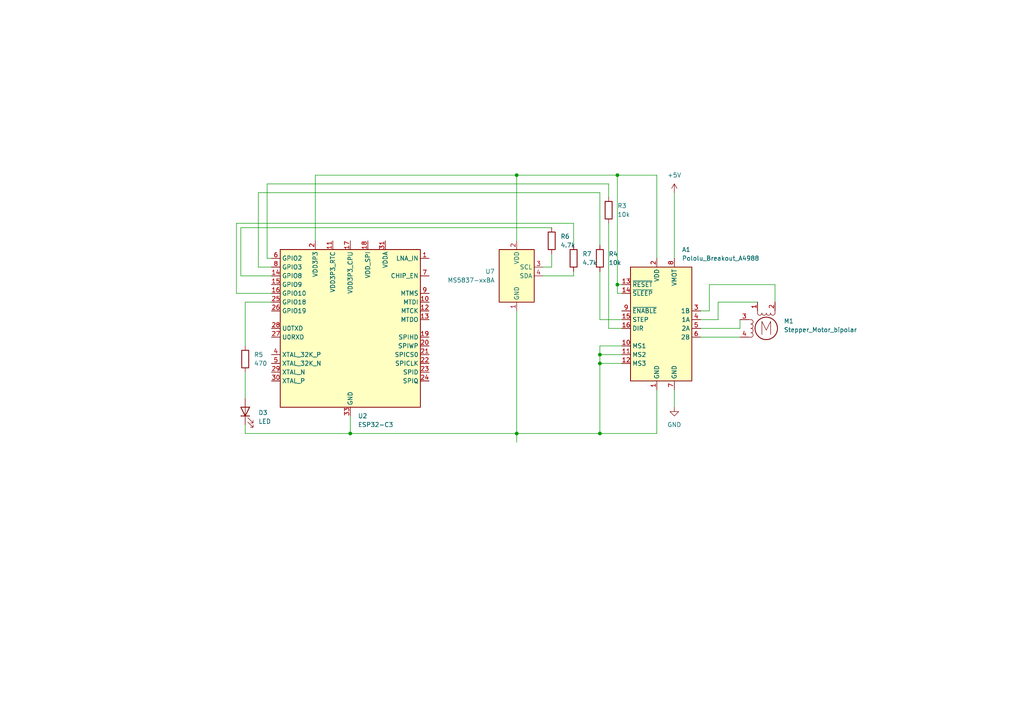
<source format=kicad_sch>
(kicad_sch (version 20231120) (generator "eeschema") (generator_version "8.0")
  (paper "A4")
  (lib_symbols
    (symbol "Device:LED" (pin_numbers hide) (pin_names (offset 1.016) hide)
      (property "Reference" "D" (at 0 2.54 0))
      (property "Value" "LED" (at 0 -2.54 0))
      (symbol "LED_0_1"
        (polyline (pts (xy -1.27 -1.27) (xy -1.27 1.27)) (stroke (width 0.254)))
        (polyline (pts (xy -1.27 0) (xy 1.27 0)))
        (polyline (pts (xy 1.27 -1.27) (xy 1.27 1.27) (xy -1.27 0) (xy 1.27 -1.27)) (stroke (width 0.254)))
        (polyline (pts (xy -3.048 -0.762) (xy -4.572 -2.286) (xy -3.81 -2.286) (xy -4.572 -2.286) (xy -4.572 -1.524)))
        (polyline (pts (xy -1.778 -0.762) (xy -3.302 -2.286) (xy -2.54 -2.286) (xy -3.302 -2.286) (xy -3.302 -1.524)))
      )
      (symbol "LED_1_1"
        (pin passive line (at -3.81 0 0) (length 2.54) (name "K") (number "1"))
        (pin passive line (at 3.81 0 180) (length 2.54) (name "A") (number "2"))
      )
    )
    (symbol "Device:R" (pin_numbers hide) (pin_names (offset 0))
      (property "Reference" "R" (at 2.032 0 90))
      (property "Value" "R" (at 0 0 90))
      (symbol "R_0_1"
        (rectangle (start -1.016 -2.54) (end 1.016 2.54) (stroke (width 0.254)))
      )
      (symbol "R_1_1"
        (pin passive line (at 0 3.81 270) (length 1.27) (name "~") (number "1"))
        (pin passive line (at 0 -3.81 90) (length 1.27) (name "~") (number "2"))
      )
    )
    (symbol "Driver_Motor:Pololu_Breakout_A4988"
      (property "Reference" "A" (at -2.54 19.05 0))
      (property "Value" "Pololu_Breakout_A4988" (at -2.54 16.51 0))
      (symbol "Pololu_Breakout_A4988_0_1"
        (rectangle (start 10.16 -17.78) (end -7.62 15.24) (stroke (width 0.254)) (fill (type background)))
      )
      (symbol "Pololu_Breakout_A4988_1_1"
        (pin power_in line (at 0 -20.32 90) (length 2.54) (name "GND") (number "1"))
        (pin input line (at -10.16 -7.62 0) (length 2.54) (name "MS1") (number "10"))
        (pin input line (at -10.16 -10.16 0) (length 2.54) (name "MS2") (number "11"))
        (pin input line (at -10.16 -12.7 0) (length 2.54) (name "MS3") (number "12"))
        (pin input line (at -10.16 10.16 0) (length 2.54) (name "~{RESET}") (number "13"))
        (pin input line (at -10.16 7.62 0) (length 2.54) (name "~{SLEEP}") (number "14"))
        (pin input line (at -10.16 0 0) (length 2.54) (name "STEP") (number "15"))
        (pin input line (at -10.16 -2.54 0) (length 2.54) (name "DIR") (number "16"))
        (pin power_in line (at 0 17.78 270) (length 2.54) (name "VDD") (number "2"))
        (pin output line (at 12.7 2.54 180) (length 2.54) (name "1B") (number "3"))
        (pin output line (at 12.7 0 180) (length 2.54) (name "1A") (number "4"))
        (pin output line (at 12.7 -2.54 180) (length 2.54) (name "2A") (number "5"))
        (pin output line (at 12.7 -5.08 180) (length 2.54) (name "2B") (number "6"))
        (pin power_in line (at 5.08 -20.32 90) (length 2.54) (name "GND") (number "7"))
        (pin power_in line (at 5.08 17.78 270) (length 2.54) (name "VMOT") (number "8"))
        (pin input line (at -10.16 2.54 0) (length 2.54) (name "~{ENABLE}") (number "9"))
      )
    )
    (symbol "MCU_Espressif:ESP32-C3"
      (property "Reference" "U" (at -17.272 23.876 0))
      (property "Value" "ESP32-C3" (at 16.256 23.876 0))
      (symbol "ESP32-C3_1_1"
        (rectangle (start -20.32 22.86) (end 20.32 -22.86) (stroke (width 0.254)) (fill (type background)))
        (pin bidirectional line (at 22.86 20.32 180) (length 2.54) (name "LNA_IN") (number "1"))
        (pin bidirectional line (at 22.86 7.62 180) (length 2.54) (name "MTDI") (number "10"))
        (pin power_in line (at -5.08 25.4 270) (length 2.54) (name "VDD3P3_RTC") (number "11"))
        (pin bidirectional line (at 22.86 5.08 180) (length 2.54) (name "MTCK") (number "12"))
        (pin bidirectional line (at 22.86 2.54 180) (length 2.54) (name "MTDO") (number "13"))
        (pin bidirectional line (at -22.86 15.24 0) (length 2.54) (name "GPIO8") (number "14"))
        (pin bidirectional line (at -22.86 12.7 0) (length 2.54) (name "GPIO9") (number "15"))
        (pin bidirectional line (at -22.86 10.16 0) (length 2.54) (name "GPIO10") (number "16"))
        (pin power_in line (at 0 25.4 270) (length 2.54) (name "VDD3P3_CPU") (number "17"))
        (pin power_out line (at 5.08 25.4 270) (length 2.54) (name "VDD_SPI") (number "18"))
        (pin bidirectional line (at 22.86 -2.54 180) (length 2.54) (name "SPIHD") (number "19"))
        (pin power_in line (at -10.16 25.4 270) (length 2.54) (name "VDD3P3") (number "2"))
        (pin bidirectional line (at 22.86 -5.08 180) (length 2.54) (name "SPIWP") (number "20"))
        (pin bidirectional line (at 22.86 -7.62 180) (length 2.54) (name "SPICS0") (number "21"))
        (pin bidirectional line (at 22.86 -10.16 180) (length 2.54) (name "SPICLK") (number "22"))
        (pin bidirectional line (at 22.86 -12.7 180) (length 2.54) (name "SPID") (number "23"))
        (pin bidirectional line (at 22.86 -15.24 180) (length 2.54) (name "SPIQ") (number "24"))
        (pin bidirectional line (at -22.86 7.62 0) (length 2.54) (name "GPIO18") (number "25"))
        (pin bidirectional line (at -22.86 5.08 0) (length 2.54) (name "GPIO19") (number "26"))
        (pin bidirectional line (at -22.86 -2.54 0) (length 2.54) (name "U0RXD") (number "27"))
        (pin bidirectional line (at -22.86 0 0) (length 2.54) (name "U0TXD") (number "28"))
        (pin bidirectional line (at -22.86 -12.7 0) (length 2.54) (name "XTAL_N") (number "29"))
        (pin passive line (at -10.16 25.4 270) (length 2.54) hide (name "VDD3P3") (number "3"))
        (pin bidirectional line (at -22.86 -15.24 0) (length 2.54) (name "XTAL_P") (number "30"))
        (pin power_in line (at 10.16 25.4 270) (length 2.54) (name "VDDA") (number "31"))
        (pin passive line (at 10.16 25.4 270) (length 2.54) hide (name "VDDA") (number "32"))
        (pin power_in line (at 0 -25.4 90) (length 2.54) (name "GND") (number "33"))
        (pin bidirectional line (at -22.86 -7.62 0) (length 2.54) (name "XTAL_32K_P") (number "4"))
        (pin bidirectional line (at -22.86 -10.16 0) (length 2.54) (name "XTAL_32K_N") (number "5"))
        (pin bidirectional line (at -22.86 20.32 0) (length 2.54) (name "GPIO2") (number "6"))
        (pin bidirectional line (at 22.86 15.24 180) (length 2.54) (name "CHIP_EN") (number "7"))
        (pin bidirectional line (at -22.86 17.78 0) (length 2.54) (name "GPIO3") (number "8"))
        (pin bidirectional line (at 22.86 10.16 180) (length 2.54) (name "MTMS") (number "9"))
      )
    )
    (symbol "Motor:Stepper_Motor_bipolar" (pin_names (offset 0) hide)
      (property "Reference" "M" (at 3.81 2.54 0))
      (property "Value" "Stepper_Motor_bipolar" (at 3.81 1.27 0))
      (symbol "Stepper_Motor_bipolar_0_0"
        (polyline (pts (xy -1.27 -1.778) (xy -1.27 2.032) (xy 0 -0.508) (xy 1.27 2.032) (xy 1.27 -1.778)))
      )
      (symbol "Stepper_Motor_bipolar_0_1"
        (arc (start -4.445 -2.54) (mid -3.8127 -1.905) (end -4.445 -1.27))
        (arc (start -4.445 -1.27) (mid -3.8127 -0.635) (end -4.445 0))
        (arc (start -4.445 0) (mid -3.8127 0.635) (end -4.445 1.27))
        (arc (start -4.445 1.27) (mid -3.8127 1.905) (end -4.445 2.54))
        (arc (start -2.54 4.445) (mid -1.905 3.8127) (end -1.27 4.445))
        (arc (start -1.27 4.445) (mid -0.635 3.8127) (end 0 4.445))
        (polyline (pts (xy -5.08 -2.54) (xy -4.445 -2.54)))
        (polyline (pts (xy -5.08 2.54) (xy -4.445 2.54)))
        (polyline (pts (xy -2.54 5.08) (xy -2.54 4.445)))
        (polyline (pts (xy 2.54 5.08) (xy 2.54 4.445)))
        (circle (center 0 0) (radius 3.2512) (stroke (width 0.254)))
        (arc (start 0 4.445) (mid 0.635 3.8127) (end 1.27 4.445))
        (arc (start 1.27 4.445) (mid 1.905 3.8127) (end 2.54 4.445))
      )
      (symbol "Stepper_Motor_bipolar_1_1"
        (pin passive line (at -2.54 7.62 270) (length 2.54) (name "~") (number "1"))
        (pin passive line (at 2.54 7.62 270) (length 2.54) (name "-") (number "2"))
        (pin passive line (at -7.62 2.54 0) (length 2.54) (name "~") (number "3"))
        (pin passive line (at -7.62 -2.54 0) (length 2.54) (name "~") (number "4"))
      )
    )
    (symbol "Sensor_Pressure:MS5837-xxBA"
      (property "Reference" "U" (at 1.27 11.43 0))
      (property "Value" "MS5837-xxBA" (at 1.27 8.89 0))
      (symbol "MS5837-xxBA_0_1"
        (rectangle (start -5.08 7.62) (end 5.08 -7.62) (stroke (width 0.254)) (fill (type background)))
      )
      (symbol "MS5837-xxBA_1_1"
        (pin power_in line (at 0 -10.16 90) (length 2.54) (name "GND") (number "1"))
        (pin power_in line (at 0 10.16 270) (length 2.54) (name "VDD") (number "2"))
        (pin passive line (at 7.62 2.54 180) (length 2.54) (name "SCL") (number "3"))
        (pin bidirectional line (at 7.62 0 180) (length 2.54) (name "SDA") (number "4"))
      )
    )
    (symbol "power:+5V" (power) (pin_numbers hide) (pin_names (offset 0) hide)
      (property "Value" "+5V" (at 0 3.556 0))
      (symbol "+5V_0_1"
        (polyline (pts (xy -0.762 1.27) (xy 0 2.54)))
        (polyline (pts (xy 0 0) (xy 0 2.54)))
        (polyline (pts (xy 0 2.54) (xy 0.762 1.27)))
      )
      (symbol "+5V_1_1"
        (pin power_in line (at 0 0 90) (length 0) (name "~") (number "1"))
      )
    )
    (symbol "power:GND" (power) (pin_numbers hide) (pin_names (offset 0) hide)
      (property "Value" "GND" (at 0 -3.81 0))
      (symbol "GND_0_1"
        (polyline (pts (xy 0 0) (xy 0 -1.27) (xy 1.27 -1.27) (xy 0 -2.54) (xy -1.27 -1.27) (xy 0 -1.27)))
      )
      (symbol "GND_1_1"
        (pin power_in line (at 0 0 270) (length 0) (name "~") (number "1"))
      )
    )
  )
  (junction (at 173.99 125.73))
  (junction (at 179.07 50.8))
  (junction (at 173.99 105.41))
  (junction (at 179.07 82.55))
  (junction (at 101.6 125.73))
  (junction (at 173.99 102.87))
  (junction (at 149.86 50.8))
  (junction (at 149.86 125.73))
  (wire (pts (xy 173.99 100.33) (xy 173.99 102.87)))
  (wire (pts (xy 203.2 97.79) (xy 214.63 97.79)))
  (wire (pts (xy 195.58 74.93) (xy 195.58 55.88)))
  (wire (pts (xy 203.2 90.17) (xy 205.74 90.17)))
  (wire (pts (xy 149.86 50.8) (xy 149.86 69.85)))
  (wire (pts (xy 205.74 82.55) (xy 224.79 82.55)))
  (wire (pts (xy 74.93 77.47) (xy 78.74 77.47)))
  (wire (pts (xy 91.44 50.8) (xy 91.44 69.85)))
  (wire (pts (xy 176.53 53.34) (xy 176.53 57.15)))
  (wire (pts (xy 179.07 82.55) (xy 179.07 85.09)))
  (wire (pts (xy 205.74 90.17) (xy 205.74 82.55)))
  (wire (pts (xy 68.58 85.09) (xy 78.74 85.09)))
  (wire (pts (xy 173.99 102.87) (xy 173.99 105.41)))
  (wire (pts (xy 157.48 77.47) (xy 160.02 77.47)))
  (wire (pts (xy 166.37 78.74) (xy 166.37 80.01)))
  (wire (pts (xy 71.12 87.63) (xy 71.12 100.33)))
  (wire (pts (xy 173.99 105.41) (xy 180.34 105.41)))
  (wire (pts (xy 176.53 53.34) (xy 77.47 53.34)))
  (wire (pts (xy 180.34 92.71) (xy 173.99 92.71)))
  (wire (pts (xy 157.48 80.01) (xy 166.37 80.01)))
  (wire (pts (xy 173.99 125.73) (xy 190.5 125.73)))
  (wire (pts (xy 149.86 125.73) (xy 149.86 128.27)))
  (wire (pts (xy 149.86 90.17) (xy 149.86 125.73)))
  (wire (pts (xy 91.44 50.8) (xy 149.86 50.8)))
  (wire (pts (xy 208.28 87.63) (xy 219.71 87.63)))
  (wire (pts (xy 149.86 125.73) (xy 101.6 125.73)))
  (wire (pts (xy 101.6 120.65) (xy 101.6 125.73)))
  (wire (pts (xy 180.34 95.25) (xy 176.53 95.25)))
  (wire (pts (xy 173.99 105.41) (xy 173.99 125.73)))
  (wire (pts (xy 74.93 55.88) (xy 74.93 77.47)))
  (wire (pts (xy 173.99 78.74) (xy 173.99 92.71)))
  (wire (pts (xy 190.5 113.03) (xy 190.5 125.73)))
  (wire (pts (xy 77.47 53.34) (xy 77.47 74.93)))
  (wire (pts (xy 195.58 113.03) (xy 195.58 118.11)))
  (wire (pts (xy 173.99 102.87) (xy 180.34 102.87)))
  (wire (pts (xy 71.12 107.95) (xy 71.12 115.57)))
  (wire (pts (xy 160.02 66.04) (xy 69.85 66.04)))
  (wire (pts (xy 166.37 64.77) (xy 166.37 71.12)))
  (wire (pts (xy 69.85 80.01) (xy 78.74 80.01)))
  (wire (pts (xy 71.12 125.73) (xy 101.6 125.73)))
  (wire (pts (xy 179.07 82.55) (xy 180.34 82.55)))
  (wire (pts (xy 203.2 92.71) (xy 208.28 92.71)))
  (wire (pts (xy 224.79 82.55) (xy 224.79 87.63)))
  (wire (pts (xy 77.47 74.93) (xy 78.74 74.93)))
  (wire (pts (xy 173.99 125.73) (xy 149.86 125.73)))
  (wire (pts (xy 190.5 74.93) (xy 190.5 50.8)))
  (wire (pts (xy 173.99 100.33) (xy 180.34 100.33)))
  (wire (pts (xy 179.07 50.8) (xy 149.86 50.8)))
  (wire (pts (xy 69.85 66.04) (xy 69.85 80.01)))
  (wire (pts (xy 160.02 73.66) (xy 160.02 77.47)))
  (wire (pts (xy 68.58 64.77) (xy 166.37 64.77)))
  (wire (pts (xy 71.12 87.63) (xy 78.74 87.63)))
  (wire (pts (xy 71.12 123.19) (xy 71.12 125.73)))
  (wire (pts (xy 179.07 85.09) (xy 180.34 85.09)))
  (wire (pts (xy 68.58 64.77) (xy 68.58 85.09)))
  (wire (pts (xy 214.63 92.71) (xy 214.63 95.25)))
  (wire (pts (xy 179.07 50.8) (xy 190.5 50.8)))
  (wire (pts (xy 208.28 87.63) (xy 208.28 92.71)))
  (wire (pts (xy 179.07 50.8) (xy 179.07 82.55)))
  (wire (pts (xy 203.2 95.25) (xy 214.63 95.25)))
  (wire (pts (xy 173.99 55.88) (xy 74.93 55.88)))
  (wire (pts (xy 173.99 55.88) (xy 173.99 71.12)))
  (wire (pts (xy 176.53 64.77) (xy 176.53 95.25)))
  (symbol (lib_id "Motor:Stepper_Motor_bipolar") (at 222.25 95.25 0) (unit 1)
    (property "Reference" "M1" (at 227.33 93.129 0) (effects (justify left)))
    (property "Value" "Stepper_Motor_bipolar" (at 227.33 95.669 0) (effects (justify left)))
    (property "Datasheet" "http://www.infineon.com/dgdl/Application-Note-TLE8110EE_driving_UniPolarStepperMotor_V1.1.pdf?fileId=db3a30431be39b97011be5d0aa0a00b0" (effects (hide yes)))
    (property "Description" "4-wire bipolar stepper motor" (effects (hide yes)))
  )
  (symbol (lib_id "Device:R") (at 173.99 74.93 0) (unit 1)
    (property "Reference" "R4" (at 176.53 73.6599 0) (effects (justify left)))
    (property "Value" "10k" (at 176.53 76.1999 0) (effects (justify left)))
    (property "Description" "Resistor" (effects (hide yes)))
  )
  (symbol (lib_id "Driver_Motor:Pololu_Breakout_A4988") (at 190.5 92.71 0) (unit 1)
    (property "Reference" "A1" (at 197.7741 72.39 0) (effects (justify left)))
    (property "Value" "Pololu_Breakout_A4988" (at 197.7741 74.93 0) (effects (justify left)))
    (property "Footprint" "Module:Pololu_Breakout-16_15.2x20.3mm" (effects (hide yes)))
    (property "Datasheet" "https://www.pololu.com/product/2980/pictures" (effects (hide yes)))
    (property "Description" "Pololu Breakout Board, Stepper Driver A4988" (effects (hide yes)))
  )
  (symbol (lib_id "Device:R") (at 176.53 60.96 0) (unit 1)
    (property "Reference" "R3" (at 179.07 59.6899 0) (effects (justify left)))
    (property "Value" "10k" (at 179.07 62.2299 0) (effects (justify left)))
    (property "Description" "Resistor" (effects (hide yes)))
  )
  (symbol (lib_id "Sensor_Pressure:MS5837-xxBA") (at 149.86 80.01 0) (unit 1)
    (property "Reference" "U7" (at 143.51 78.7399 0) (effects (justify right)))
    (property "Value" "MS5837-xxBA" (at 143.51 81.2799 0) (effects (justify right)))
    (property "Footprint" "Sensor_Pressure:TE_MS5837-xxBA" (effects (hide yes)))
    (property "Datasheet" "https://www.te.com/commerce/DocumentDelivery/DDEController?Action=showdoc&DocId=Data+Sheet%7FMS5837-30BA%7FB1%7Fpdf%7FEnglish%7FENG_DS_MS5837-30BA_B1.pdf%7FCAT-BLPS0017" (effects (hide yes)))
    (property "Description" "Ultra-small, gel-filled, pressure sensor with stainless steel cap" (effects (hide yes)))
  )
  (symbol (lib_id "MCU_Espressif:ESP32-C3") (at 101.6 95.25 0) (unit 1)
    (property "Reference" "U2" (at 103.7941 120.65 0) (effects (justify left)))
    (property "Value" "ESP32-C3" (at 103.7941 123.19 0) (effects (justify left)))
    (property "Footprint" "Package_DFN_QFN:QFN-32-1EP_5x5mm_P0.5mm_EP3.7x3.7mm" (effects (hide yes)))
    (property "Datasheet" "https://www.espressif.com/sites/default/files/documentation/esp32-c3_datasheet_en.pdf" (effects (hide yes)))
    (property "Description" "RF Module, ESP32 SoC, RISC-V, WiFi 802.11b/n/g, Bluetooth LE 5, QFN32" (effects (hide yes)))
  )
  (symbol (lib_id "Device:LED") (at 71.12 119.38 90) (unit 1)
    (property "Reference" "D3" (at 74.93 119.6974 90) (effects (justify right)))
    (property "Value" "LED" (at 74.93 122.2374 90) (effects (justify right)))
    (property "Description" "Light emitting diode" (effects (hide yes)))
  )
  (symbol (lib_id "Device:R") (at 160.02 69.85 0) (unit 1)
    (property "Reference" "R6" (at 162.56 68.5799 0) (effects (justify left)))
    (property "Value" "4.7k" (at 162.56 71.1199 0) (effects (justify left)))
    (property "Description" "Resistor" (effects (hide yes)))
  )
  (symbol (lib_id "Device:R") (at 166.37 74.93 0) (unit 1)
    (property "Reference" "R7" (at 168.91 73.6599 0) (effects (justify left)))
    (property "Value" "4.7k" (at 168.91 76.1999 0) (effects (justify left)))
    (property "Description" "Resistor" (effects (hide yes)))
  )
  (symbol (lib_id "Device:R") (at 71.12 104.14 0) (unit 1)
    (property "Reference" "R5" (at 73.66 102.8699 0) (effects (justify left)))
    (property "Value" "470" (at 73.66 105.4099 0) (effects (justify left)))
    (property "Description" "Resistor" (effects (hide yes)))
  )
  (symbol (lib_id "power:+5V") (at 195.58 55.88 0) (unit 1)
    (property "Reference" "#PWR05" (effects (hide yes)))
    (property "Value" "+5V" (at 195.58 50.8 0))
    (property "Description" "Power symbol creates a global label with name \"+5V\"" (effects (hide yes)))
  )
  (symbol (lib_id "power:GND") (at 195.58 118.11 0) (unit 1)
    (property "Reference" "#PWR06" (effects (hide yes)))
    (property "Value" "GND" (at 195.58 123.19 0))
    (property "Description" "Power symbol creates a global label with name \"GND\" , ground" (effects (hide yes)))
  )
)
</source>
